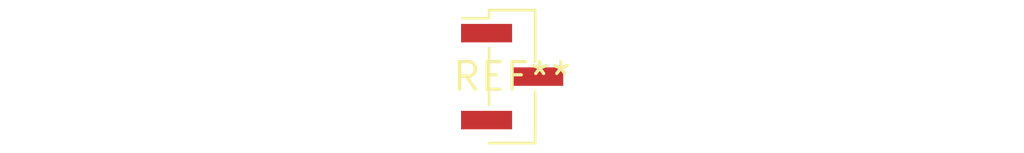
<source format=kicad_pcb>
(kicad_pcb (version 20240108) (generator pcbnew)
  (layers (0 "F.Cu" signal) (31 "B.Cu" signal) (34 "B.Paste" user) (35 "F.Paste" user) (36 "B.SilkS" user "B.Silkscreen") (37 "F.SilkS" user "F.Silkscreen") (38 "B.Mask" user) (39 "F.Mask" user) (44 "Edge.Cuts" user))
  (net 0 "")
  (footprint "PinHeader_1x03_P2.00mm_Vertical_SMD_Pin1Left" (layer "F.Cu") (at 0 0)
    (property "Reference" "REF**")
    (property "Value" "PinHeader_1x03_P2.00mm_Vertical_SMD_Pin1Left")
    (fp_line (start -1.06 -3.06) (end -1.06 -2.685) (layer "F.SilkS") (stroke (width 0.12)))
    (fp_line (start -1.06 -3.06) (end 1.06 -3.06) (layer "F.SilkS") (stroke (width 0.12)))
    (fp_line (start -1.06 -2.685) (end -2.29 -2.685) (layer "F.SilkS") (stroke (width 0.12)))
    (fp_line (start -1.06 -1.315) (end -1.06 1.315) (layer "F.SilkS") (stroke (width 0.12)))
    (fp_line (start -1.06 3.06) (end 1.06 3.06) (layer "F.SilkS") (stroke (width 0.12)))
    (fp_line (start 1.06 -3.06) (end 1.06 -0.685) (layer "F.SilkS") (stroke (width 0.12)))
    (fp_line (start 1.06 0.685) (end 1.06 3.06) (layer "F.SilkS") (stroke (width 0.12)))
    (fp_line (start 1.06 2.685) (end 1.06 3.06) (layer "F.SilkS") (stroke (width 0.12)))
    (pad "1" smd rect (at -1.175 -2) (size 2.35 0.85) (layers "F.Cu" "F.Paste" "F.Mask"))
    (pad "2" smd rect (at 1.175 0) (size 2.35 0.85) (layers "F.Cu" "F.Paste" "F.Mask"))
    (pad "3" smd rect (at -1.175 2) (size 2.35 0.85) (layers "F.Cu" "F.Paste" "F.Mask"))
  )
)
</source>
